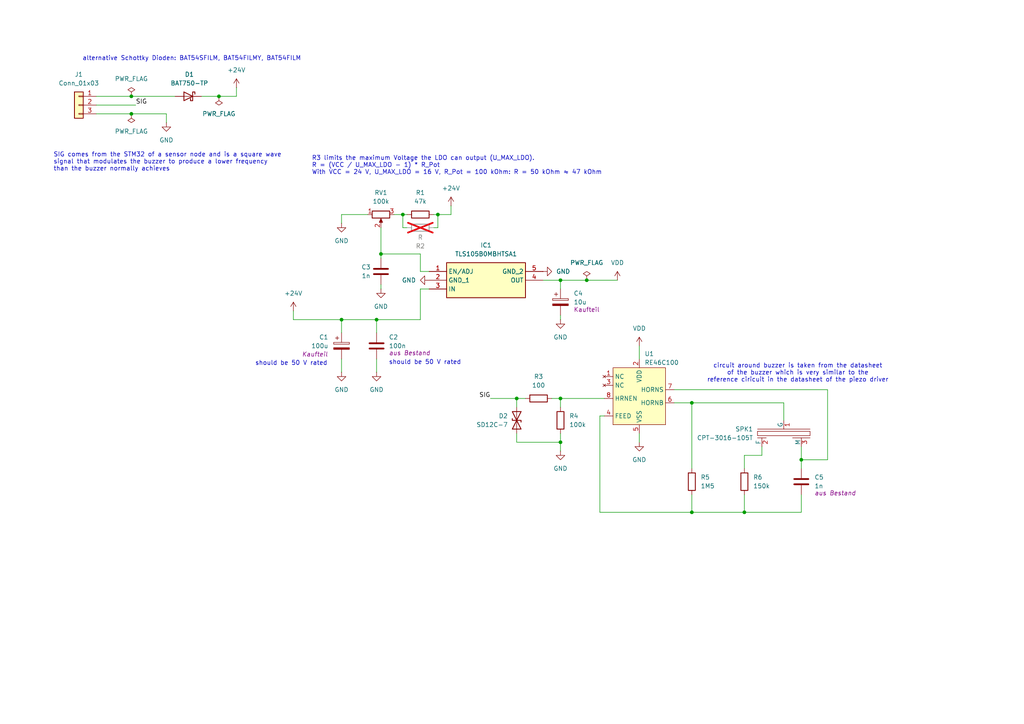
<source format=kicad_sch>
(kicad_sch (version 20231120) (generator "eeschema") (generator_version "8.0")
  (paper "A4")
  (title_block (title "Soundbox") (date "2024-12-04") (rev "FT25 v1.0") (company "FaSTTUBe"))
  (lib_symbols
    (symbol "Connector_Generic:Conn_01x03" (pin_names (offset 1.016) hide)
      (property "Reference" "J" (at 0 5.08 0))
      (property "Value" "Conn_01x03" (at 0 -5.08 0))
      (symbol "Conn_01x03_1_1"
        (rectangle (start -1.27 -2.413) (end 0 -2.667) (stroke (width 0.1524)))
        (rectangle (start -1.27 0.127) (end 0 -0.127) (stroke (width 0.1524)))
        (rectangle (start -1.27 2.667) (end 0 2.413) (stroke (width 0.1524)))
        (rectangle (start -1.27 3.81) (end 1.27 -3.81) (stroke (width 0.254)) (fill (type background)))
        (pin passive line (at -5.08 2.54 0) (length 3.81) (name "Pin_1") (number "1"))
        (pin passive line (at -5.08 0 0) (length 3.81) (name "Pin_2") (number "2"))
        (pin passive line (at -5.08 -2.54 0) (length 3.81) (name "Pin_3") (number "3"))
      )
    )
    (symbol "Device:C" (pin_numbers hide) (pin_names (offset 0.254))
      (property "Reference" "C" (at 0.635 2.54 0))
      (property "Value" "C" (at 0.635 -2.54 0))
      (symbol "C_0_1"
        (polyline (pts (xy -2.032 -0.762) (xy 2.032 -0.762)) (stroke (width 0.508)))
        (polyline (pts (xy -2.032 0.762) (xy 2.032 0.762)) (stroke (width 0.508)))
      )
      (symbol "C_1_1"
        (pin passive line (at 0 3.81 270) (length 2.794) (name "~") (number "1"))
        (pin passive line (at 0 -3.81 90) (length 2.794) (name "~") (number "2"))
      )
    )
    (symbol "Device:C_Polarized" (pin_numbers hide) (pin_names (offset 0.254))
      (property "Reference" "C" (at 0.635 2.54 0))
      (property "Value" "C_Polarized" (at 0.635 -2.54 0))
      (symbol "C_Polarized_0_1"
        (rectangle (start -2.286 0.508) (end 2.286 1.016))
        (polyline (pts (xy -1.778 2.286) (xy -0.762 2.286)))
        (polyline (pts (xy -1.27 2.794) (xy -1.27 1.778)))
        (rectangle (start 2.286 -0.508) (end -2.286 -1.016) (fill (type outline)))
      )
      (symbol "C_Polarized_1_1"
        (pin passive line (at 0 3.81 270) (length 2.794) (name "~") (number "1"))
        (pin passive line (at 0 -3.81 90) (length 2.794) (name "~") (number "2"))
      )
    )
    (symbol "Device:D_Schottky" (pin_numbers hide) (pin_names (offset 1.016) hide)
      (property "Reference" "D2" (at -0.3175 6.35 0))
      (property "Value" "BAT750-TP" (at -0.3175 3.81 0))
      (symbol "D_Schottky_0_1"
        (polyline (pts (xy 1.27 0) (xy -1.27 0)))
        (polyline (pts (xy 1.27 1.27) (xy 1.27 -1.27) (xy -1.27 0) (xy 1.27 1.27)) (stroke (width 0.254)))
        (polyline (pts (xy -1.905 0.635) (xy -1.905 1.27) (xy -1.27 1.27) (xy -1.27 -1.27) (xy -0.635 -1.27) (xy -0.635 -0.635)) (stroke (width 0.254)))
      )
      (symbol "D_Schottky_1_1"
        (pin passive line (at 3.81 0 180) (length 2.54) (name "A") (number "1"))
        (pin passive line (at -3.81 0 0) (length 2.54) (name "K") (number "3"))
      )
    )
    (symbol "Device:D_TVS" (pin_numbers hide) (pin_names (offset 1.016) hide)
      (property "Reference" "D" (at 0 2.54 0))
      (property "Value" "D_TVS" (at 0 -2.54 0))
      (symbol "D_TVS_0_1"
        (polyline (pts (xy 1.27 0) (xy -1.27 0)))
        (polyline (pts (xy 0.508 1.27) (xy 0 1.27) (xy 0 -1.27) (xy -0.508 -1.27)) (stroke (width 0.254)))
        (polyline (pts (xy -2.54 1.27) (xy -2.54 -1.27) (xy 2.54 1.27) (xy 2.54 -1.27) (xy -2.54 1.27)) (stroke (width 0.254)))
      )
      (symbol "D_TVS_1_1"
        (pin passive line (at -3.81 0 0) (length 2.54) (name "A1") (number "1"))
        (pin passive line (at 3.81 0 180) (length 2.54) (name "A2") (number "2"))
      )
    )
    (symbol "Device:R" (pin_numbers hide) (pin_names (offset 0))
      (property "Reference" "R" (at 2.032 0 90))
      (property "Value" "R" (at 0 0 90))
      (symbol "R_0_1"
        (rectangle (start -1.016 -2.54) (end 1.016 2.54) (stroke (width 0.254)))
      )
      (symbol "R_1_1"
        (pin passive line (at 0 3.81 270) (length 1.27) (name "~") (number "1"))
        (pin passive line (at 0 -3.81 90) (length 1.27) (name "~") (number "2"))
      )
    )
    (symbol "Device:R_Potentiometer" (pin_names (offset 1.016) hide)
      (property "Reference" "RV" (at -4.445 0 90))
      (property "Value" "R_Potentiometer" (at -2.54 0 90))
      (symbol "R_Potentiometer_0_1"
        (polyline (pts (xy 2.54 0) (xy 1.524 0)))
        (polyline (pts (xy 1.143 0) (xy 2.286 0.508) (xy 2.286 -0.508) (xy 1.143 0)) (fill (type outline)))
        (rectangle (start 1.016 2.54) (end -1.016 -2.54) (stroke (width 0.254)))
      )
      (symbol "R_Potentiometer_1_1"
        (pin passive line (at 0 3.81 270) (length 1.27) (name "1") (number "1"))
        (pin passive line (at 3.81 0 180) (length 1.27) (name "2") (number "2"))
        (pin passive line (at 0 -3.81 90) (length 1.27) (name "3") (number "3"))
      )
    )
    (symbol "power:+24V" (power) (pin_numbers hide) (pin_names (offset 0) hide)
      (property "Value" "+24V" (at 0 3.556 0))
      (symbol "+24V_0_1"
        (polyline (pts (xy -0.762 1.27) (xy 0 2.54)))
        (polyline (pts (xy 0 0) (xy 0 2.54)))
        (polyline (pts (xy 0 2.54) (xy 0.762 1.27)))
      )
      (symbol "+24V_1_1"
        (pin power_in line (at 0 0 90) (length 0) (name "~") (number "1"))
      )
    )
    (symbol "power:GND" (power) (pin_numbers hide) (pin_names (offset 0) hide)
      (property "Value" "GND" (at 0 -3.81 0))
      (symbol "GND_0_1"
        (polyline (pts (xy 0 0) (xy 0 -1.27) (xy 1.27 -1.27) (xy 0 -2.54) (xy -1.27 -1.27) (xy 0 -1.27)))
      )
      (symbol "GND_1_1"
        (pin power_in line (at 0 0 270) (length 0) (name "~") (number "1"))
      )
    )
    (symbol "power:PWR_FLAG" (power) (pin_numbers hide) (pin_names (offset 0) hide)
      (property "Value" "PWR_FLAG" (at 0 3.81 0))
      (symbol "PWR_FLAG_0_0"
        (pin power_out line (at 0 0 90) (length 0) (name "~") (number "1"))
      )
      (symbol "PWR_FLAG_0_1"
        (polyline (pts (xy 0 0) (xy 0 1.27) (xy -1.016 1.905) (xy 0 2.54) (xy 1.016 1.905) (xy 0 1.27)))
      )
    )
    (symbol "power:VDD" (power) (pin_numbers hide) (pin_names (offset 0) hide)
      (property "Value" "VDD" (at 0 3.556 0))
      (symbol "VDD_0_1"
        (polyline (pts (xy -0.762 1.27) (xy 0 2.54)))
        (polyline (pts (xy 0 0) (xy 0 2.54)))
        (polyline (pts (xy 0 2.54) (xy 0.762 1.27)))
      )
      (symbol "VDD_1_1"
        (pin power_in line (at 0 0 90) (length 0) (name "~") (number "1"))
      )
    )
    (symbol "soundbox:CPT-3016-105T" (pin_names (offset 0))
      (property "Reference" "SPK" (at -5.588 2.54 0))
      (property "Value" "CPT-3016-105T" (at 10.668 2.54 0))
      (symbol "CPT-3016-105T_0_0"
        (pin passive line (at 0 3.81 270) (length 2.54) (name "G") (number "1"))
        (pin passive line (at -6.35 -3.81 90) (length 2.54) (name "F") (number "2"))
        (pin passive line (at 5.08 -3.81 90) (length 2.54) (name "M") (number "3"))
      )
      (symbol "CPT-3016-105T_0_1"
        (rectangle (start -7.62 0.635) (end 7.62 -0.635))
        (polyline (pts (xy -7.62 -1.27) (xy -5.08 -1.27)))
        (polyline (pts (xy 7.62 -1.27) (xy 2.54 -1.27)))
        (polyline (pts (xy 7.62 1.27) (xy -7.62 1.27)))
      )
    )
    (symbol "soundbox:RE46C100"
      (property "Reference" "U" (at -6.604 9.144 0))
      (property "Value" "RE46C100" (at 5.842 9.144 0))
      (symbol "RE46C100_0_0"
        (pin no_connect line (at -10.16 5.08 0) (length 2.54) (name "NC") (number "1"))
        (pin power_in line (at 0 10.16 270) (length 2.54) (name "VDD") (number "2"))
        (pin no_connect line (at -10.16 2.54 0) (length 2.54) (name "NC") (number "3"))
        (pin input line (at -10.16 -6.35 0) (length 2.54) (name "FEED") (number "4"))
        (pin power_in line (at 0 -11.43 90) (length 2.54) (name "VSS") (number "5"))
        (pin output line (at 10.16 -2.54 180) (length 2.54) (name "HORNB") (number "6"))
        (pin output line (at 10.16 1.27 180) (length 2.54) (name "HORNS") (number "7"))
        (pin input line (at -10.16 -1.27 0) (length 2.54) (name "HRNEN") (number "8"))
      )
      (symbol "RE46C100_1_1"
        (rectangle (start -7.62 7.62) (end 7.62 -8.89) (fill (type background)))
      )
    )
    (symbol "soundbox:TLS105B0MBHTSA1"
      (property "Reference" "IC" (at 29.21 7.62 0))
      (property "Value" "TLS105B0MBHTSA1" (at 29.21 5.08 0))
      (symbol "TLS105B0MBHTSA1_1_1"
        (rectangle (start 5.08 2.54) (end 27.94 -7.62) (stroke (width 0.254)) (fill (type background)))
        (pin passive line (at 0 0 0) (length 5.08) (name "EN/ADJ") (number "1"))
        (pin passive line (at 0 -2.54 0) (length 5.08) (name "GND_1") (number "2"))
        (pin passive line (at 0 -5.08 0) (length 5.08) (name "IN") (number "3"))
        (pin passive line (at 33.02 -2.54 180) (length 5.08) (name "OUT") (number "4"))
        (pin passive line (at 33.02 0 180) (length 5.08) (name "GND_2") (number "5"))
      )
    )
  )
  (junction (at 162.56 128.27))
  (junction (at 38.1 27.94))
  (junction (at 232.41 133.35))
  (junction (at 63.5 27.94))
  (junction (at 99.06 92.71))
  (junction (at 110.49 73.66))
  (junction (at 38.1 33.02))
  (junction (at 116.84 62.23))
  (junction (at 109.22 92.71))
  (junction (at 162.56 81.28))
  (junction (at 127 62.23))
  (junction (at 149.86 115.57))
  (junction (at 200.66 148.59))
  (junction (at 200.66 116.84))
  (junction (at 215.9 148.59))
  (junction (at 162.56 115.57))
  (junction (at 170.18 81.28))
  (wire (pts (xy 27.94 27.94) (xy 38.1 27.94)))
  (wire (pts (xy 160.02 115.57) (xy 162.56 115.57)))
  (wire (pts (xy 232.41 129.54) (xy 232.41 133.35)))
  (wire (pts (xy 215.9 135.89) (xy 215.9 132.08)))
  (wire (pts (xy 195.58 116.84) (xy 200.66 116.84)))
  (wire (pts (xy 110.49 74.93) (xy 110.49 73.66)))
  (wire (pts (xy 125.73 62.23) (xy 127 62.23)))
  (wire (pts (xy 27.94 33.02) (xy 38.1 33.02)))
  (wire (pts (xy 109.22 92.71) (xy 121.92 92.71)))
  (wire (pts (xy 109.22 104.14) (xy 109.22 107.95)))
  (wire (pts (xy 170.18 81.28) (xy 179.07 81.28)))
  (wire (pts (xy 162.56 115.57) (xy 175.26 115.57)))
  (wire (pts (xy 121.92 73.66) (xy 121.92 78.74)))
  (wire (pts (xy 118.11 66.04) (xy 116.84 66.04)))
  (wire (pts (xy 48.26 33.02) (xy 48.26 35.56)))
  (wire (pts (xy 185.42 125.73) (xy 185.42 128.27)))
  (wire (pts (xy 63.5 27.94) (xy 68.58 27.94)))
  (wire (pts (xy 149.86 128.27) (xy 162.56 128.27)))
  (wire (pts (xy 27.94 30.48) (xy 39.37 30.48)))
  (wire (pts (xy 110.49 73.66) (xy 121.92 73.66)))
  (wire (pts (xy 99.06 92.71) (xy 99.06 96.52)))
  (wire (pts (xy 162.56 91.44) (xy 162.56 92.71)))
  (wire (pts (xy 200.66 143.51) (xy 200.66 148.59)))
  (wire (pts (xy 232.41 133.35) (xy 240.03 133.35)))
  (wire (pts (xy 109.22 92.71) (xy 99.06 92.71)))
  (wire (pts (xy 240.03 113.03) (xy 195.58 113.03)))
  (wire (pts (xy 85.09 90.17) (xy 85.09 92.71)))
  (wire (pts (xy 110.49 83.82) (xy 110.49 82.55)))
  (wire (pts (xy 200.66 116.84) (xy 227.33 116.84)))
  (wire (pts (xy 58.42 27.94) (xy 63.5 27.94)))
  (wire (pts (xy 215.9 132.08) (xy 220.98 132.08)))
  (wire (pts (xy 162.56 125.73) (xy 162.56 128.27)))
  (wire (pts (xy 232.41 143.51) (xy 232.41 148.59)))
  (wire (pts (xy 162.56 81.28) (xy 162.56 83.82)))
  (wire (pts (xy 127 66.04) (xy 127 62.23)))
  (wire (pts (xy 232.41 133.35) (xy 232.41 135.89)))
  (wire (pts (xy 220.98 132.08) (xy 220.98 129.54)))
  (wire (pts (xy 149.86 115.57) (xy 152.4 115.57)))
  (wire (pts (xy 118.11 62.23) (xy 116.84 62.23)))
  (wire (pts (xy 162.56 81.28) (xy 170.18 81.28)))
  (wire (pts (xy 110.49 66.04) (xy 110.49 73.66)))
  (wire (pts (xy 149.86 125.73) (xy 149.86 128.27)))
  (wire (pts (xy 116.84 66.04) (xy 116.84 62.23)))
  (wire (pts (xy 215.9 148.59) (xy 232.41 148.59)))
  (wire (pts (xy 116.84 62.23) (xy 114.3 62.23)))
  (wire (pts (xy 99.06 64.77) (xy 99.06 62.23)))
  (wire (pts (xy 142.24 115.57) (xy 149.86 115.57)))
  (wire (pts (xy 173.99 148.59) (xy 200.66 148.59)))
  (wire (pts (xy 149.86 115.57) (xy 149.86 118.11)))
  (wire (pts (xy 162.56 128.27) (xy 162.56 130.81)))
  (wire (pts (xy 185.42 100.33) (xy 185.42 104.14)))
  (wire (pts (xy 99.06 92.71) (xy 85.09 92.71)))
  (wire (pts (xy 127 62.23) (xy 130.81 62.23)))
  (wire (pts (xy 162.56 115.57) (xy 162.56 118.11)))
  (wire (pts (xy 200.66 116.84) (xy 200.66 135.89)))
  (wire (pts (xy 173.99 120.65) (xy 173.99 148.59)))
  (wire (pts (xy 38.1 33.02) (xy 48.26 33.02)))
  (wire (pts (xy 121.92 92.71) (xy 121.92 83.82)))
  (wire (pts (xy 121.92 78.74) (xy 124.46 78.74)))
  (wire (pts (xy 68.58 25.4) (xy 68.58 27.94)))
  (wire (pts (xy 227.33 116.84) (xy 227.33 121.92)))
  (wire (pts (xy 38.1 27.94) (xy 50.8 27.94)))
  (wire (pts (xy 130.81 62.23) (xy 130.81 59.69)))
  (wire (pts (xy 121.92 83.82) (xy 124.46 83.82)))
  (wire (pts (xy 200.66 148.59) (xy 215.9 148.59)))
  (wire (pts (xy 215.9 143.51) (xy 215.9 148.59)))
  (wire (pts (xy 175.26 120.65) (xy 173.99 120.65)))
  (wire (pts (xy 157.48 81.28) (xy 162.56 81.28)))
  (wire (pts (xy 240.03 133.35) (xy 240.03 113.03)))
  (wire (pts (xy 99.06 62.23) (xy 106.68 62.23)))
  (wire (pts (xy 99.06 104.14) (xy 99.06 107.95)))
  (wire (pts (xy 109.22 92.71) (xy 109.22 96.52)))
  (wire (pts (xy 125.73 66.04) (xy 127 66.04)))
  (text "R3 limits the maximum Voltage the LDO can output (U_MAX_LDO).\nR = (VCC / U_MAX_LDO - 1) * R_Pot\nWith VCC = 24 V, U_MAX_LDO = 16 V, R_Pot = 100 kOhm: R = 50 kOhm ≈ 47 kOhm" (at 90.424 48.006 0) (effects (font (size 1.27 1.27)) (justify left)))
  (text "circuit around buzzer is taken from the datasheet\nof the buzzer which is very similar to the\nreference ciricuit in the datasheet of the piezo driver" (at 231.394 108.204 0) (effects (font (size 1.27 1.27))))
  (text "should be 50 V rated" (at 112.776 105.156 0) (effects (font (size 1.27 1.27)) (justify left)))
  (text "alternative Schottky Dioden: BAT54SFILM, BAT54FILMY, BAT54FILM" (at 55.626 17.018 0) (effects (font (size 1.27 1.27))))
  (text "should be 50 V rated" (at 94.996 105.41 0) (effects (font (size 1.27 1.27)) (justify right)))
  (text "SIG comes from the STM32 of a sensor node and is a square wave\nsignal that modulates the buzzer to produce a lower frequency\nthan the buzzer normally achieves" (at 15.494 46.99 0) (effects (font (size 1.27 1.27)) (justify left)))
  (label "SIG" (at 142.24 115.57 180))
  (label "SIG" (at 39.37 30.48 0))
  (symbol (lib_id "power:+24V") (at 68.58 25.4 0) (unit 1)
    (property "Reference" "#PWR02" (effects (hide yes)))
    (property "Value" "+24V" (at 68.58 20.32 0))
    (property "Description" "Power symbol creates a global label with name \"+24V\"" (effects (hide yes)))
  )
  (symbol (lib_id "Device:C") (at 109.22 100.33 0) (unit 1)
    (property "Reference" "C2" (at 112.776 97.79 0) (effects (justify left)))
    (property "Value" "100n" (at 112.776 100.33 0) (effects (justify left)))
    (property "Footprint" "Capacitor_SMD:C_0603_1608Metric_Pad1.08x0.95mm_HandSolder" (effects (hide yes)))
    (property "Description" "Unpolarized capacitor" (effects (hide yes)))
    (property "source" "aus Bestand" (at 112.776 102.3621 0) (effects (font (italic yes)) (justify left)))
  )
  (symbol (lib_id "power:+24V") (at 85.09 90.17 0) (unit 1)
    (property "Reference" "#PWR03" (effects (hide yes)))
    (property "Value" "+24V" (at 85.09 85.09 0))
    (property "Description" "Power symbol creates a global label with name \"+24V\"" (effects (hide yes)))
  )
  (symbol (lib_id "Device:C") (at 232.41 139.7 0) (unit 1)
    (property "Reference" "C5" (at 236.22 138.4299 0) (effects (justify left)))
    (property "Value" "1n" (at 236.22 140.9699 0) (effects (justify left)))
    (property "Footprint" "Capacitor_SMD:C_0603_1608Metric_Pad1.08x0.95mm_HandSolder" (effects (hide yes)))
    (property "Description" "Unpolarized capacitor" (effects (hide yes)))
    (property "source" "aus Bestand" (at 236.22 143.002 0) (effects (font (italic yes)) (justify left)))
  )
  (symbol (lib_id "power:GND") (at 99.06 107.95 0) (unit 1)
    (property "Reference" "#PWR05" (effects (hide yes)))
    (property "Value" "GND" (at 99.06 113.03 0))
    (property "Description" "Power symbol creates a global label with name \"GND\" , ground" (effects (hide yes)))
  )
  (symbol (lib_id "power:+24V") (at 130.81 59.69 0) (mirror y) (unit 1)
    (property "Reference" "#PWR09" (effects (hide yes)))
    (property "Value" "+24V" (at 130.81 54.61 0))
    (property "Description" "Power symbol creates a global label with name \"+24V\"" (effects (hide yes)))
  )
  (symbol (lib_id "Device:C_Polarized") (at 162.56 87.63 0) (unit 1)
    (property "Reference" "C4" (at 166.37 85.09 0) (effects (justify left)))
    (property "Value" "10u" (at 166.37 87.63 0) (effects (justify left)))
    (property "Footprint" "soundbox:EEE0GA101SR" (effects (hide yes)))
    (property "Datasheet" "http://industrial.panasonic.com/cdbs/www-data/pdf/RDE0000/ABA0000C1181.pdf" (effects (hide yes)))
    (property "Description" "Polarized capacitor" (effects (hide yes)))
    (property "Height" "6.5" (effects (hide yes)))
    (property "Manufacturer_Name" "Panasonic" (effects (hide yes)))
    (property "Manufacturer_Part_Number" "EEE-FK1V100R" (effects (hide yes)))
    (property "Mouser Part Number" "667-EEE-FK1V100R" (effects (hide yes)))
    (property "Mouser Price/Stock" "https://www.mouser.co.uk/ProductDetail/Panasonic/EEE-FK1V100R?qs=qE6bgDGEOCsyhLm838k2dA%3D%3D" (effects (hide yes)))
    (property "source" "Kaufteil" (at 166.37 89.7891 0) (effects (justify left)))
  )
  (symbol (lib_id "Device:D_Schottky") (at 54.61 27.94 0) (mirror y) (unit 1)
    (property "Reference" "D1" (at 54.9275 21.59 0))
    (property "Value" "BAT750-TP" (at 54.9275 24.13 0))
    (property "Footprint" "Package_TO_SOT_SMD:SOT-23_Handsoldering" (effects (hide yes)))
    (property "Datasheet" "https://eu.mouser.com/datasheet/2/258/BAT750_SOT_23_-3365222.pdf" (effects (hide yes)))
    (property "Description" "Schottky diode" (effects (hide yes)))
  )
  (symbol (lib_id "Connector_Generic:Conn_01x03") (at 22.86 30.48 0) (mirror y) (unit 1)
    (property "Reference" "J1" (at 22.86 21.59 0))
    (property "Value" "Conn_01x03" (at 22.86 24.13 0))
    (property "Footprint" "Connector_Wire:SolderWire-0.25sqmm_1x03_P4.5mm_D0.65mm_OD2mm" (effects (hide yes)))
    (property "Description" "Generic connector, single row, 01x03, script generated (kicad-library-utils/schlib/autogen/connector/)" (effects (hide yes)))
  )
  (symbol (lib_id "power:VDD") (at 185.42 100.33 0) (unit 1)
    (property "Reference" "#PWR014" (effects (hide yes)))
    (property "Value" "VDD" (at 185.42 95.25 0))
    (property "Description" "Power symbol creates a global label with name \"VDD\"" (effects (hide yes)))
  )
  (symbol (lib_id "power:VDD") (at 179.07 81.28 0) (unit 1)
    (property "Reference" "#PWR013" (effects (hide yes)))
    (property "Value" "VDD" (at 179.07 76.2 0))
    (property "Description" "Power symbol creates a global label with name \"VDD\"" (effects (hide yes)))
  )
  (symbol (lib_id "power:GND") (at 99.06 64.77 0) (unit 1)
    (property "Reference" "#PWR04" (effects (hide yes)))
    (property "Value" "GND" (at 99.06 69.85 0))
    (property "Description" "Power symbol creates a global label with name \"GND\" , ground" (effects (hide yes)))
  )
  (symbol (lib_id "Device:C") (at 110.49 78.74 180) (unit 1)
    (property "Reference" "C3" (at 106.172 77.47 0))
    (property "Value" "1n" (at 106.172 80.01 0))
    (property "Footprint" "Capacitor_SMD:C_0603_1608Metric_Pad1.08x0.95mm_HandSolder" (effects (hide yes)))
    (property "Description" "Unpolarized capacitor" (effects (hide yes)))
  )
  (symbol (lib_id "power:GND") (at 162.56 130.81 0) (unit 1)
    (property "Reference" "#PWR012" (effects (hide yes)))
    (property "Value" "GND" (at 162.56 135.89 0))
    (property "Description" "Power symbol creates a global label with name \"GND\" , ground" (effects (hide yes)))
  )
  (symbol (lib_id "soundbox:TLS105B0MBHTSA1") (at 124.46 78.74 0) (unit 1)
    (property "Reference" "IC1" (at 140.97 71.12 0))
    (property "Value" "TLS105B0MBHTSA1" (at 140.97 73.66 0))
    (property "Footprint" "soundbox:PG-SCT595-5" (effects (hide yes)))
    (property "Datasheet" "https://componentsearchengine.com/Datasheets/1/TLS105B0MBHTSA1.pdf" (effects (hide yes)))
    (property "Description" "LDO Voltage Regulators LINEAR VOLTAGE REGULATOR" (effects (hide yes)))
    (property "Height" "1.1" (effects (hide yes)))
    (property "Mouser Part Number" "726-TLS105B0MBHTSA1" (effects (hide yes)))
    (property "Mouser Price/Stock" "https://www.mouser.co.uk/ProductDetail/Infineon-Technologies/TLS105B0MBHTSA1?qs=F5EMLAvA7ID68BPIw0f4TQ%3D%3D" (effects (hide yes)))
    (property "Manufacturer_Name" "Infineon" (effects (hide yes)))
    (property "Manufacturer_Part_Number" "TLS105B0MBHTSA1" (effects (hide yes)))
  )
  (symbol (lib_id "Device:D_TVS") (at 149.86 121.92 270) (unit 1)
    (property "Reference" "D2" (at 147.32 120.6499 90) (effects (justify right)))
    (property "Value" "SD12C-7" (at 147.32 123.1899 90) (effects (justify right)))
    (property "Footprint" "Diode_SMD:D_SOD-323_HandSoldering" (effects (hide yes)))
    (property "Datasheet" "https://eu.mouser.com/datasheet/2/115/DIOD_S_A0009691744_1-2543273.pdf" (effects (hide yes)))
    (property "Description" "Bidirectional transient-voltage-suppression diode SD12C-7" (effects (hide yes)))
  )
  (symbol (lib_id "power:GND") (at 110.49 83.82 0) (unit 1)
    (property "Reference" "#PWR07" (effects (hide yes)))
    (property "Value" "GND" (at 110.49 88.9 0))
    (property "Description" "Power symbol creates a global label with name \"GND\" , ground" (effects (hide yes)))
  )
  (symbol (lib_id "power:PWR_FLAG") (at 63.5 27.94 0) (mirror x) (unit 1)
    (property "Reference" "#FLG03" (effects (hide yes)))
    (property "Value" "PWR_FLAG" (at 63.5 33.02 0))
    (property "Description" "Special symbol for telling ERC where power comes from" (effects (hide yes)))
  )
  (symbol (lib_id "Device:R") (at 121.92 62.23 270) (mirror x) (unit 1)
    (property "Reference" "R1" (at 121.92 55.88 90))
    (property "Value" "47k" (at 121.92 58.42 90))
    (property "Footprint" "Resistor_SMD:R_0603_1608Metric_Pad0.98x0.95mm_HandSolder" (effects (hide yes)))
    (property "Description" "Resistor" (effects (hide yes)))
  )
  (symbol (lib_id "Device:R") (at 121.92 66.04 270) (mirror x) (unit 1) (dnp yes)
    (property "Reference" "R2" (at 121.92 71.374 90))
    (property "Value" "R" (at 121.92 68.834 90))
    (property "Footprint" "Resistor_SMD:R_0603_1608Metric_Pad0.98x0.95mm_HandSolder" (effects (hide yes)))
    (property "Description" "Resistor" (effects (hide yes)))
  )
  (symbol (lib_id "Device:R_Potentiometer") (at 110.49 62.23 90) (mirror x) (unit 1)
    (property "Reference" "RV1" (at 110.49 55.88 90))
    (property "Value" "100k" (at 110.49 58.42 90))
    (property "Footprint" "soundbox:06TR4FA104DPR" (effects (hide yes)))
    (property "Datasheet" "https://www.mouser.de/datasheet/2/96/CTS_Trimmer_Potentiometer_06TR_Datasheet-3400490.pdf" (effects (hide yes)))
    (property "Description" "Potentiometer 06TR4FA104DPR" (effects (hide yes)))
    (property "MMN" "06TR4FA104DPR" (effects (hide yes)))
  )
  (symbol (lib_id "power:GND") (at 185.42 128.27 0) (unit 1)
    (property "Reference" "#PWR015" (effects (hide yes)))
    (property "Value" "GND" (at 185.42 133.35 0))
    (property "Description" "Power symbol creates a global label with name \"GND\" , ground" (effects (hide yes)))
  )
  (symbol (lib_id "power:GND") (at 162.56 92.71 0) (unit 1)
    (property "Reference" "#PWR011" (effects (hide yes)))
    (property "Value" "GND" (at 162.56 97.79 0))
    (property "Description" "Power symbol creates a global label with name \"GND\" , ground" (effects (hide yes)))
  )
  (symbol (lib_id "power:GND") (at 109.22 107.95 0) (unit 1)
    (property "Reference" "#PWR06" (effects (hide yes)))
    (property "Value" "GND" (at 109.22 113.03 0))
    (property "Description" "Power symbol creates a global label with name \"GND\" , ground" (effects (hide yes)))
  )
  (symbol (lib_id "power:GND") (at 48.26 35.56 0) (unit 1)
    (property "Reference" "#PWR01" (effects (hide yes)))
    (property "Value" "GND" (at 48.26 40.64 0))
    (property "Description" "Power symbol creates a global label with name \"GND\" , ground" (effects (hide yes)))
  )
  (symbol (lib_id "Device:R") (at 156.21 115.57 90) (unit 1)
    (property "Reference" "R3" (at 156.21 109.22 90))
    (property "Value" "100" (at 156.21 111.76 90))
    (property "Footprint" "Resistor_SMD:R_0603_1608Metric_Pad0.98x0.95mm_HandSolder" (effects (hide yes)))
    (property "Description" "Resistor" (effects (hide yes)))
  )
  (symbol (lib_id "power:PWR_FLAG") (at 170.18 81.28 0) (unit 1)
    (property "Reference" "#FLG04" (effects (hide yes)))
    (property "Value" "PWR_FLAG" (at 170.18 76.2 0))
    (property "Description" "Special symbol for telling ERC where power comes from" (effects (hide yes)))
  )
  (symbol (lib_id "power:PWR_FLAG") (at 38.1 33.02 0) (mirror x) (unit 1)
    (property "Reference" "#FLG02" (effects (hide yes)))
    (property "Value" "PWR_FLAG" (at 38.1 38.1 0))
    (property "Description" "Special symbol for telling ERC where power comes from" (effects (hide yes)))
  )
  (symbol (lib_id "Device:R") (at 215.9 139.7 0) (unit 1)
    (property "Reference" "R6" (at 218.44 138.4299 0) (effects (justify left)))
    (property "Value" "150k" (at 218.44 140.9699 0) (effects (justify left)))
    (property "Footprint" "Resistor_SMD:R_0603_1608Metric_Pad0.98x0.95mm_HandSolder" (effects (hide yes)))
    (property "Description" "Resistor" (effects (hide yes)))
  )
  (symbol (lib_id "Device:R") (at 162.56 121.92 0) (unit 1)
    (property "Reference" "R4" (at 165.1 120.6499 0) (effects (justify left)))
    (property "Value" "100k" (at 165.1 123.1899 0) (effects (justify left)))
    (property "Footprint" "Resistor_SMD:R_0603_1608Metric_Pad0.98x0.95mm_HandSolder" (effects (hide yes)))
    (property "Description" "Resistor" (effects (hide yes)))
  )
  (symbol (lib_id "power:GND") (at 157.48 78.74 90) (unit 1)
    (property "Reference" "#PWR010" (effects (hide yes)))
    (property "Value" "GND" (at 161.29 78.7399 90) (effects (justify right)))
    (property "Description" "Power symbol creates a global label with name \"GND\" , ground" (effects (hide yes)))
  )
  (symbol (lib_id "power:PWR_FLAG") (at 38.1 27.94 0) (unit 1)
    (property "Reference" "#FLG01" (effects (hide yes)))
    (property "Value" "PWR_FLAG" (at 38.1 22.86 0))
    (property "Description" "Special symbol for telling ERC where power comes from" (effects (hide yes)))
  )
  (symbol (lib_id "soundbox:RE46C100") (at 185.42 114.3 0) (unit 1)
    (property "Reference" "U1" (at 186.944 102.616 0) (effects (justify left)))
    (property "Value" "RE46C100" (at 186.944 105.156 0) (effects (justify left)))
    (property "Footprint" "Package_SO:SOIC-8_3.9x4.9mm_P1.27mm" (effects (hide yes)))
    (property "Datasheet" "https://www.mouser.de/datasheet/2/268/20002166B-3443049.pdf" (effects (hide yes)))
    (property "Description" "Piezoelectric Horn Driver Circuit" (effects (hide yes)))
  )
  (symbol (lib_id "soundbox:CPT-3016-105T") (at 227.33 125.73 0) (unit 1)
    (property "Reference" "SPK1" (at 218.44 124.46 0) (effects (justify right)))
    (property "Value" "CPT-3016-105T" (at 218.44 127 0) (effects (justify right)))
    (property "Footprint" "soundbox:CPT-3016-105T" (effects (hide yes)))
    (property "Datasheet" "https://www.mouser.de/datasheet/2/1628/cpt_3016_105t-3509585.pdf" (effects (hide yes)))
    (property "Description" "PIEZO BUZZER TRANSDUCER" (effects (hide yes)))
  )
  (symbol (lib_id "Device:C_Polarized") (at 99.06 100.33 0) (unit 1)
    (property "Reference" "C1" (at 95.25 97.79 0) (effects (justify right)))
    (property "Value" "100u" (at 95.25 100.33 0) (effects (justify right)))
    (property "Footprint" "soundbox:EEE1AA101SP" (effects (hide yes)))
    (property "Datasheet" "http://industrial.panasonic.com/cdbs/www-data/pdf/RDE0000/ABA0000C1240.pdf" (effects (hide yes)))
    (property "Description" "Polarized capacitor" (effects (hide yes)))
    (property "Height" "7.8" (effects (hide yes)))
    (property "Manufacturer_Name" "Panasonic" (effects (hide yes)))
    (property "Manufacturer_Part_Number" "EEE-FT1V101AP" (effects (hide yes)))
    (property "Mouser Part Number" "667-EEE-FT1V101AP" (effects (hide yes)))
    (property "Mouser Price/Stock" "https://www.mouser.co.uk/ProductDetail/Panasonic/EEE-FT1V101AP?qs=CMJjuEs1%252BuEsbOqam%2FkTqg%3D%3D" (effects (hide yes)))
    (property "source" "Kaufteil" (at 94.996 102.7431 0) (effects (font (italic yes)) (justify right)))
  )
  (symbol (lib_id "power:GND") (at 124.46 81.28 270) (unit 1)
    (property "Reference" "#PWR08" (effects (hide yes)))
    (property "Value" "GND" (at 120.65 81.2799 90) (effects (justify right)))
    (property "Description" "Power symbol creates a global label with name \"GND\" , ground" (effects (hide yes)))
  )
  (symbol (lib_id "Device:R") (at 200.66 139.7 0) (unit 1)
    (property "Reference" "R5" (at 203.2 138.4299 0) (effects (justify left)))
    (property "Value" "1M5" (at 203.2 140.9699 0) (effects (justify left)))
    (property "Footprint" "Resistor_SMD:R_0603_1608Metric_Pad0.98x0.95mm_HandSolder" (effects (hide yes)))
    (property "Description" "Resistor" (effects (hide yes)))
  )
)
</source>
